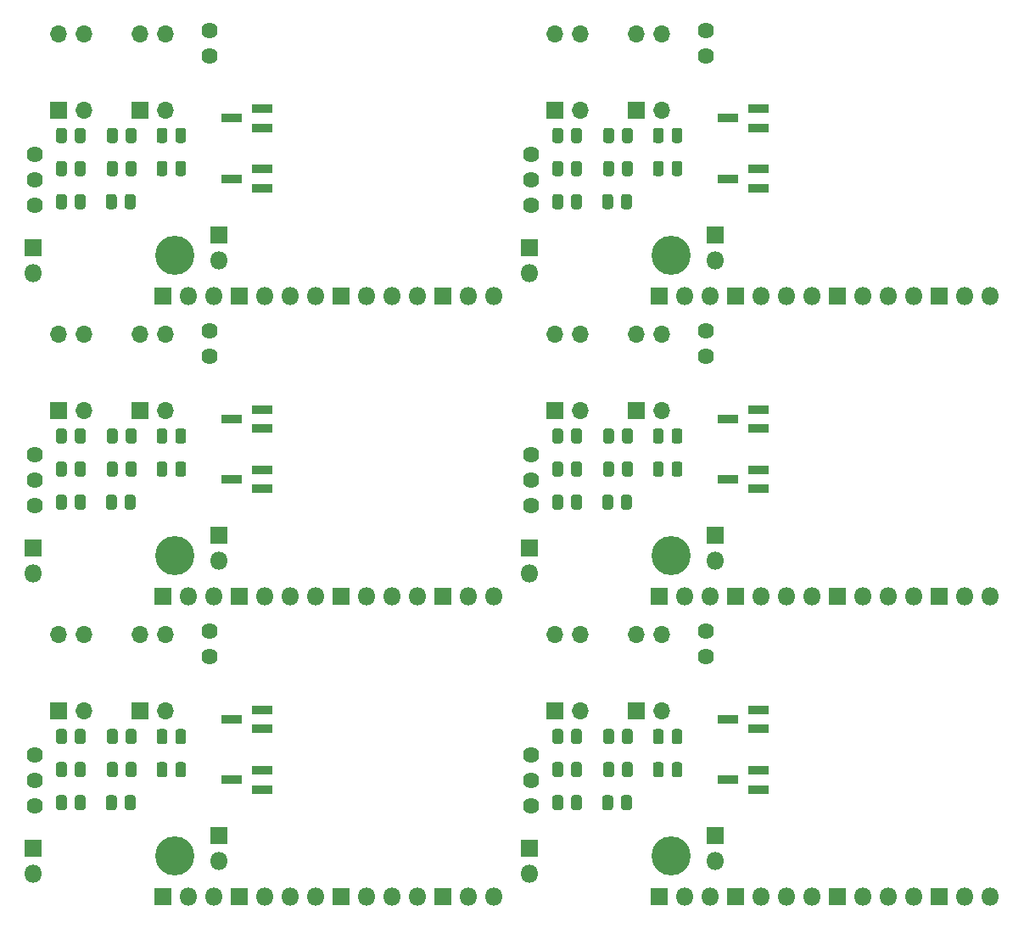
<source format=gbr>
%TF.GenerationSoftware,KiCad,Pcbnew,5.1.6-c6e7f7d~87~ubuntu18.04.1*%
%TF.CreationDate,2020-09-18T10:49:30+02:00*%
%TF.ProjectId,panel,70616e65-6c2e-46b6-9963-61645f706362,rev?*%
%TF.SameCoordinates,Original*%
%TF.FileFunction,Soldermask,Bot*%
%TF.FilePolarity,Negative*%
%FSLAX46Y46*%
G04 Gerber Fmt 4.6, Leading zero omitted, Abs format (unit mm)*
G04 Created by KiCad (PCBNEW 5.1.6-c6e7f7d~87~ubuntu18.04.1) date 2020-09-18 10:49:30*
%MOMM*%
%LPD*%
G01*
G04 APERTURE LIST*
%ADD10R,1.700000X1.700000*%
%ADD11O,1.700000X1.700000*%
%ADD12R,2.000000X0.900000*%
%ADD13R,1.800000X1.800000*%
%ADD14O,1.800000X1.800000*%
%ADD15C,1.624000*%
%ADD16C,3.900000*%
G04 APERTURE END LIST*
D10*
%TO.C,U2*%
X111976006Y-119652011D03*
D11*
X114516006Y-112032011D03*
X114516006Y-119652011D03*
X111976006Y-112032011D03*
%TD*%
%TO.C,U1*%
X103848006Y-112032011D03*
X106388006Y-119652011D03*
X106388006Y-112032011D03*
D10*
X103848006Y-119652011D03*
%TD*%
%TO.C,R8*%
G36*
G01*
X113597506Y-122673261D02*
X113597506Y-121710761D01*
G75*
G02*
X113866256Y-121442011I268750J0D01*
G01*
X114403756Y-121442011D01*
G75*
G02*
X114672506Y-121710761I0J-268750D01*
G01*
X114672506Y-122673261D01*
G75*
G02*
X114403756Y-122942011I-268750J0D01*
G01*
X113866256Y-122942011D01*
G75*
G02*
X113597506Y-122673261I0J268750D01*
G01*
G37*
G36*
G01*
X115472506Y-122673261D02*
X115472506Y-121710761D01*
G75*
G02*
X115741256Y-121442011I268750J0D01*
G01*
X116278756Y-121442011D01*
G75*
G02*
X116547506Y-121710761I0J-268750D01*
G01*
X116547506Y-122673261D01*
G75*
G02*
X116278756Y-122942011I-268750J0D01*
G01*
X115741256Y-122942011D01*
G75*
G02*
X115472506Y-122673261I0J268750D01*
G01*
G37*
%TD*%
%TO.C,R7*%
G36*
G01*
X115472506Y-125975261D02*
X115472506Y-125012761D01*
G75*
G02*
X115741256Y-124744011I268750J0D01*
G01*
X116278756Y-124744011D01*
G75*
G02*
X116547506Y-125012761I0J-268750D01*
G01*
X116547506Y-125975261D01*
G75*
G02*
X116278756Y-126244011I-268750J0D01*
G01*
X115741256Y-126244011D01*
G75*
G02*
X115472506Y-125975261I0J268750D01*
G01*
G37*
G36*
G01*
X113597506Y-125975261D02*
X113597506Y-125012761D01*
G75*
G02*
X113866256Y-124744011I268750J0D01*
G01*
X114403756Y-124744011D01*
G75*
G02*
X114672506Y-125012761I0J-268750D01*
G01*
X114672506Y-125975261D01*
G75*
G02*
X114403756Y-126244011I-268750J0D01*
G01*
X113866256Y-126244011D01*
G75*
G02*
X113597506Y-125975261I0J268750D01*
G01*
G37*
%TD*%
%TO.C,R6*%
G36*
G01*
X110519506Y-122673261D02*
X110519506Y-121710761D01*
G75*
G02*
X110788256Y-121442011I268750J0D01*
G01*
X111325756Y-121442011D01*
G75*
G02*
X111594506Y-121710761I0J-268750D01*
G01*
X111594506Y-122673261D01*
G75*
G02*
X111325756Y-122942011I-268750J0D01*
G01*
X110788256Y-122942011D01*
G75*
G02*
X110519506Y-122673261I0J268750D01*
G01*
G37*
G36*
G01*
X108644506Y-122673261D02*
X108644506Y-121710761D01*
G75*
G02*
X108913256Y-121442011I268750J0D01*
G01*
X109450756Y-121442011D01*
G75*
G02*
X109719506Y-121710761I0J-268750D01*
G01*
X109719506Y-122673261D01*
G75*
G02*
X109450756Y-122942011I-268750J0D01*
G01*
X108913256Y-122942011D01*
G75*
G02*
X108644506Y-122673261I0J268750D01*
G01*
G37*
%TD*%
%TO.C,R5*%
G36*
G01*
X108644506Y-125975261D02*
X108644506Y-125012761D01*
G75*
G02*
X108913256Y-124744011I268750J0D01*
G01*
X109450756Y-124744011D01*
G75*
G02*
X109719506Y-125012761I0J-268750D01*
G01*
X109719506Y-125975261D01*
G75*
G02*
X109450756Y-126244011I-268750J0D01*
G01*
X108913256Y-126244011D01*
G75*
G02*
X108644506Y-125975261I0J268750D01*
G01*
G37*
G36*
G01*
X110519506Y-125975261D02*
X110519506Y-125012761D01*
G75*
G02*
X110788256Y-124744011I268750J0D01*
G01*
X111325756Y-124744011D01*
G75*
G02*
X111594506Y-125012761I0J-268750D01*
G01*
X111594506Y-125975261D01*
G75*
G02*
X111325756Y-126244011I-268750J0D01*
G01*
X110788256Y-126244011D01*
G75*
G02*
X110519506Y-125975261I0J268750D01*
G01*
G37*
%TD*%
%TO.C,R4*%
G36*
G01*
X108547506Y-129277261D02*
X108547506Y-128314761D01*
G75*
G02*
X108816256Y-128046011I268750J0D01*
G01*
X109353756Y-128046011D01*
G75*
G02*
X109622506Y-128314761I0J-268750D01*
G01*
X109622506Y-129277261D01*
G75*
G02*
X109353756Y-129546011I-268750J0D01*
G01*
X108816256Y-129546011D01*
G75*
G02*
X108547506Y-129277261I0J268750D01*
G01*
G37*
G36*
G01*
X110422506Y-129277261D02*
X110422506Y-128314761D01*
G75*
G02*
X110691256Y-128046011I268750J0D01*
G01*
X111228756Y-128046011D01*
G75*
G02*
X111497506Y-128314761I0J-268750D01*
G01*
X111497506Y-129277261D01*
G75*
G02*
X111228756Y-129546011I-268750J0D01*
G01*
X110691256Y-129546011D01*
G75*
G02*
X110422506Y-129277261I0J268750D01*
G01*
G37*
%TD*%
%TO.C,R3*%
G36*
G01*
X105439506Y-122673261D02*
X105439506Y-121710761D01*
G75*
G02*
X105708256Y-121442011I268750J0D01*
G01*
X106245756Y-121442011D01*
G75*
G02*
X106514506Y-121710761I0J-268750D01*
G01*
X106514506Y-122673261D01*
G75*
G02*
X106245756Y-122942011I-268750J0D01*
G01*
X105708256Y-122942011D01*
G75*
G02*
X105439506Y-122673261I0J268750D01*
G01*
G37*
G36*
G01*
X103564506Y-122673261D02*
X103564506Y-121710761D01*
G75*
G02*
X103833256Y-121442011I268750J0D01*
G01*
X104370756Y-121442011D01*
G75*
G02*
X104639506Y-121710761I0J-268750D01*
G01*
X104639506Y-122673261D01*
G75*
G02*
X104370756Y-122942011I-268750J0D01*
G01*
X103833256Y-122942011D01*
G75*
G02*
X103564506Y-122673261I0J268750D01*
G01*
G37*
%TD*%
%TO.C,R2*%
G36*
G01*
X105439506Y-125975261D02*
X105439506Y-125012761D01*
G75*
G02*
X105708256Y-124744011I268750J0D01*
G01*
X106245756Y-124744011D01*
G75*
G02*
X106514506Y-125012761I0J-268750D01*
G01*
X106514506Y-125975261D01*
G75*
G02*
X106245756Y-126244011I-268750J0D01*
G01*
X105708256Y-126244011D01*
G75*
G02*
X105439506Y-125975261I0J268750D01*
G01*
G37*
G36*
G01*
X103564506Y-125975261D02*
X103564506Y-125012761D01*
G75*
G02*
X103833256Y-124744011I268750J0D01*
G01*
X104370756Y-124744011D01*
G75*
G02*
X104639506Y-125012761I0J-268750D01*
G01*
X104639506Y-125975261D01*
G75*
G02*
X104370756Y-126244011I-268750J0D01*
G01*
X103833256Y-126244011D01*
G75*
G02*
X103564506Y-125975261I0J268750D01*
G01*
G37*
%TD*%
%TO.C,R1*%
G36*
G01*
X103564506Y-129277261D02*
X103564506Y-128314761D01*
G75*
G02*
X103833256Y-128046011I268750J0D01*
G01*
X104370756Y-128046011D01*
G75*
G02*
X104639506Y-128314761I0J-268750D01*
G01*
X104639506Y-129277261D01*
G75*
G02*
X104370756Y-129546011I-268750J0D01*
G01*
X103833256Y-129546011D01*
G75*
G02*
X103564506Y-129277261I0J268750D01*
G01*
G37*
G36*
G01*
X105439506Y-129277261D02*
X105439506Y-128314761D01*
G75*
G02*
X105708256Y-128046011I268750J0D01*
G01*
X106245756Y-128046011D01*
G75*
G02*
X106514506Y-128314761I0J-268750D01*
G01*
X106514506Y-129277261D01*
G75*
G02*
X106245756Y-129546011I-268750J0D01*
G01*
X105708256Y-129546011D01*
G75*
G02*
X105439506Y-129277261I0J268750D01*
G01*
G37*
%TD*%
D12*
%TO.C,Q2*%
X121120006Y-126510011D03*
X124120006Y-127460011D03*
X124120006Y-125560011D03*
%TD*%
%TO.C,Q1*%
X124120006Y-119530011D03*
X124120006Y-121430011D03*
X121120006Y-120480011D03*
%TD*%
D13*
%TO.C,J8*%
X114262006Y-138194011D03*
D14*
X116802006Y-138194011D03*
X119342006Y-138194011D03*
%TD*%
%TO.C,J7*%
X147282006Y-138194011D03*
X144742006Y-138194011D03*
D13*
X142202006Y-138194011D03*
%TD*%
%TO.C,J4*%
X101308006Y-133368011D03*
D14*
X101308006Y-135908011D03*
%TD*%
%TO.C,J3*%
X119850006Y-134638011D03*
D13*
X119850006Y-132098011D03*
%TD*%
%TO.C,J2*%
X121882006Y-138194011D03*
D14*
X124422006Y-138194011D03*
X126962006Y-138194011D03*
X129502006Y-138194011D03*
%TD*%
%TO.C,J1*%
X139662006Y-138194011D03*
X137122006Y-138194011D03*
X134582006Y-138194011D03*
D13*
X132042006Y-138194011D03*
%TD*%
D15*
%TO.C,J11*%
X101468006Y-129144011D03*
X101468006Y-126604011D03*
X101468006Y-124064011D03*
X118928006Y-111684011D03*
X118928006Y-114224011D03*
%TD*%
D16*
%TO.C,M1*%
X115405006Y-134130011D03*
%TD*%
D10*
%TO.C,U2*%
X62446001Y-119652011D03*
D11*
X64986001Y-112032011D03*
X64986001Y-119652011D03*
X62446001Y-112032011D03*
%TD*%
%TO.C,U1*%
X54318001Y-112032011D03*
X56858001Y-119652011D03*
X56858001Y-112032011D03*
D10*
X54318001Y-119652011D03*
%TD*%
%TO.C,R8*%
G36*
G01*
X64067501Y-122673261D02*
X64067501Y-121710761D01*
G75*
G02*
X64336251Y-121442011I268750J0D01*
G01*
X64873751Y-121442011D01*
G75*
G02*
X65142501Y-121710761I0J-268750D01*
G01*
X65142501Y-122673261D01*
G75*
G02*
X64873751Y-122942011I-268750J0D01*
G01*
X64336251Y-122942011D01*
G75*
G02*
X64067501Y-122673261I0J268750D01*
G01*
G37*
G36*
G01*
X65942501Y-122673261D02*
X65942501Y-121710761D01*
G75*
G02*
X66211251Y-121442011I268750J0D01*
G01*
X66748751Y-121442011D01*
G75*
G02*
X67017501Y-121710761I0J-268750D01*
G01*
X67017501Y-122673261D01*
G75*
G02*
X66748751Y-122942011I-268750J0D01*
G01*
X66211251Y-122942011D01*
G75*
G02*
X65942501Y-122673261I0J268750D01*
G01*
G37*
%TD*%
%TO.C,R7*%
G36*
G01*
X65942501Y-125975261D02*
X65942501Y-125012761D01*
G75*
G02*
X66211251Y-124744011I268750J0D01*
G01*
X66748751Y-124744011D01*
G75*
G02*
X67017501Y-125012761I0J-268750D01*
G01*
X67017501Y-125975261D01*
G75*
G02*
X66748751Y-126244011I-268750J0D01*
G01*
X66211251Y-126244011D01*
G75*
G02*
X65942501Y-125975261I0J268750D01*
G01*
G37*
G36*
G01*
X64067501Y-125975261D02*
X64067501Y-125012761D01*
G75*
G02*
X64336251Y-124744011I268750J0D01*
G01*
X64873751Y-124744011D01*
G75*
G02*
X65142501Y-125012761I0J-268750D01*
G01*
X65142501Y-125975261D01*
G75*
G02*
X64873751Y-126244011I-268750J0D01*
G01*
X64336251Y-126244011D01*
G75*
G02*
X64067501Y-125975261I0J268750D01*
G01*
G37*
%TD*%
%TO.C,R6*%
G36*
G01*
X60989501Y-122673261D02*
X60989501Y-121710761D01*
G75*
G02*
X61258251Y-121442011I268750J0D01*
G01*
X61795751Y-121442011D01*
G75*
G02*
X62064501Y-121710761I0J-268750D01*
G01*
X62064501Y-122673261D01*
G75*
G02*
X61795751Y-122942011I-268750J0D01*
G01*
X61258251Y-122942011D01*
G75*
G02*
X60989501Y-122673261I0J268750D01*
G01*
G37*
G36*
G01*
X59114501Y-122673261D02*
X59114501Y-121710761D01*
G75*
G02*
X59383251Y-121442011I268750J0D01*
G01*
X59920751Y-121442011D01*
G75*
G02*
X60189501Y-121710761I0J-268750D01*
G01*
X60189501Y-122673261D01*
G75*
G02*
X59920751Y-122942011I-268750J0D01*
G01*
X59383251Y-122942011D01*
G75*
G02*
X59114501Y-122673261I0J268750D01*
G01*
G37*
%TD*%
%TO.C,R5*%
G36*
G01*
X59114501Y-125975261D02*
X59114501Y-125012761D01*
G75*
G02*
X59383251Y-124744011I268750J0D01*
G01*
X59920751Y-124744011D01*
G75*
G02*
X60189501Y-125012761I0J-268750D01*
G01*
X60189501Y-125975261D01*
G75*
G02*
X59920751Y-126244011I-268750J0D01*
G01*
X59383251Y-126244011D01*
G75*
G02*
X59114501Y-125975261I0J268750D01*
G01*
G37*
G36*
G01*
X60989501Y-125975261D02*
X60989501Y-125012761D01*
G75*
G02*
X61258251Y-124744011I268750J0D01*
G01*
X61795751Y-124744011D01*
G75*
G02*
X62064501Y-125012761I0J-268750D01*
G01*
X62064501Y-125975261D01*
G75*
G02*
X61795751Y-126244011I-268750J0D01*
G01*
X61258251Y-126244011D01*
G75*
G02*
X60989501Y-125975261I0J268750D01*
G01*
G37*
%TD*%
%TO.C,R4*%
G36*
G01*
X59017501Y-129277261D02*
X59017501Y-128314761D01*
G75*
G02*
X59286251Y-128046011I268750J0D01*
G01*
X59823751Y-128046011D01*
G75*
G02*
X60092501Y-128314761I0J-268750D01*
G01*
X60092501Y-129277261D01*
G75*
G02*
X59823751Y-129546011I-268750J0D01*
G01*
X59286251Y-129546011D01*
G75*
G02*
X59017501Y-129277261I0J268750D01*
G01*
G37*
G36*
G01*
X60892501Y-129277261D02*
X60892501Y-128314761D01*
G75*
G02*
X61161251Y-128046011I268750J0D01*
G01*
X61698751Y-128046011D01*
G75*
G02*
X61967501Y-128314761I0J-268750D01*
G01*
X61967501Y-129277261D01*
G75*
G02*
X61698751Y-129546011I-268750J0D01*
G01*
X61161251Y-129546011D01*
G75*
G02*
X60892501Y-129277261I0J268750D01*
G01*
G37*
%TD*%
%TO.C,R3*%
G36*
G01*
X55909501Y-122673261D02*
X55909501Y-121710761D01*
G75*
G02*
X56178251Y-121442011I268750J0D01*
G01*
X56715751Y-121442011D01*
G75*
G02*
X56984501Y-121710761I0J-268750D01*
G01*
X56984501Y-122673261D01*
G75*
G02*
X56715751Y-122942011I-268750J0D01*
G01*
X56178251Y-122942011D01*
G75*
G02*
X55909501Y-122673261I0J268750D01*
G01*
G37*
G36*
G01*
X54034501Y-122673261D02*
X54034501Y-121710761D01*
G75*
G02*
X54303251Y-121442011I268750J0D01*
G01*
X54840751Y-121442011D01*
G75*
G02*
X55109501Y-121710761I0J-268750D01*
G01*
X55109501Y-122673261D01*
G75*
G02*
X54840751Y-122942011I-268750J0D01*
G01*
X54303251Y-122942011D01*
G75*
G02*
X54034501Y-122673261I0J268750D01*
G01*
G37*
%TD*%
%TO.C,R2*%
G36*
G01*
X55909501Y-125975261D02*
X55909501Y-125012761D01*
G75*
G02*
X56178251Y-124744011I268750J0D01*
G01*
X56715751Y-124744011D01*
G75*
G02*
X56984501Y-125012761I0J-268750D01*
G01*
X56984501Y-125975261D01*
G75*
G02*
X56715751Y-126244011I-268750J0D01*
G01*
X56178251Y-126244011D01*
G75*
G02*
X55909501Y-125975261I0J268750D01*
G01*
G37*
G36*
G01*
X54034501Y-125975261D02*
X54034501Y-125012761D01*
G75*
G02*
X54303251Y-124744011I268750J0D01*
G01*
X54840751Y-124744011D01*
G75*
G02*
X55109501Y-125012761I0J-268750D01*
G01*
X55109501Y-125975261D01*
G75*
G02*
X54840751Y-126244011I-268750J0D01*
G01*
X54303251Y-126244011D01*
G75*
G02*
X54034501Y-125975261I0J268750D01*
G01*
G37*
%TD*%
%TO.C,R1*%
G36*
G01*
X54034501Y-129277261D02*
X54034501Y-128314761D01*
G75*
G02*
X54303251Y-128046011I268750J0D01*
G01*
X54840751Y-128046011D01*
G75*
G02*
X55109501Y-128314761I0J-268750D01*
G01*
X55109501Y-129277261D01*
G75*
G02*
X54840751Y-129546011I-268750J0D01*
G01*
X54303251Y-129546011D01*
G75*
G02*
X54034501Y-129277261I0J268750D01*
G01*
G37*
G36*
G01*
X55909501Y-129277261D02*
X55909501Y-128314761D01*
G75*
G02*
X56178251Y-128046011I268750J0D01*
G01*
X56715751Y-128046011D01*
G75*
G02*
X56984501Y-128314761I0J-268750D01*
G01*
X56984501Y-129277261D01*
G75*
G02*
X56715751Y-129546011I-268750J0D01*
G01*
X56178251Y-129546011D01*
G75*
G02*
X55909501Y-129277261I0J268750D01*
G01*
G37*
%TD*%
D12*
%TO.C,Q2*%
X71590001Y-126510011D03*
X74590001Y-127460011D03*
X74590001Y-125560011D03*
%TD*%
%TO.C,Q1*%
X74590001Y-119530011D03*
X74590001Y-121430011D03*
X71590001Y-120480011D03*
%TD*%
D13*
%TO.C,J8*%
X64732001Y-138194011D03*
D14*
X67272001Y-138194011D03*
X69812001Y-138194011D03*
%TD*%
%TO.C,J7*%
X97752001Y-138194011D03*
X95212001Y-138194011D03*
D13*
X92672001Y-138194011D03*
%TD*%
%TO.C,J4*%
X51778001Y-133368011D03*
D14*
X51778001Y-135908011D03*
%TD*%
%TO.C,J3*%
X70320001Y-134638011D03*
D13*
X70320001Y-132098011D03*
%TD*%
%TO.C,J2*%
X72352001Y-138194011D03*
D14*
X74892001Y-138194011D03*
X77432001Y-138194011D03*
X79972001Y-138194011D03*
%TD*%
%TO.C,J1*%
X90132001Y-138194011D03*
X87592001Y-138194011D03*
X85052001Y-138194011D03*
D13*
X82512001Y-138194011D03*
%TD*%
D15*
%TO.C,J11*%
X51938001Y-129144011D03*
X51938001Y-126604011D03*
X51938001Y-124064011D03*
X69398001Y-111684011D03*
X69398001Y-114224011D03*
%TD*%
D16*
%TO.C,M1*%
X65875001Y-134130011D03*
%TD*%
D10*
%TO.C,U2*%
X111976006Y-89652006D03*
D11*
X114516006Y-82032006D03*
X114516006Y-89652006D03*
X111976006Y-82032006D03*
%TD*%
%TO.C,U1*%
X103848006Y-82032006D03*
X106388006Y-89652006D03*
X106388006Y-82032006D03*
D10*
X103848006Y-89652006D03*
%TD*%
%TO.C,R8*%
G36*
G01*
X113597506Y-92673256D02*
X113597506Y-91710756D01*
G75*
G02*
X113866256Y-91442006I268750J0D01*
G01*
X114403756Y-91442006D01*
G75*
G02*
X114672506Y-91710756I0J-268750D01*
G01*
X114672506Y-92673256D01*
G75*
G02*
X114403756Y-92942006I-268750J0D01*
G01*
X113866256Y-92942006D01*
G75*
G02*
X113597506Y-92673256I0J268750D01*
G01*
G37*
G36*
G01*
X115472506Y-92673256D02*
X115472506Y-91710756D01*
G75*
G02*
X115741256Y-91442006I268750J0D01*
G01*
X116278756Y-91442006D01*
G75*
G02*
X116547506Y-91710756I0J-268750D01*
G01*
X116547506Y-92673256D01*
G75*
G02*
X116278756Y-92942006I-268750J0D01*
G01*
X115741256Y-92942006D01*
G75*
G02*
X115472506Y-92673256I0J268750D01*
G01*
G37*
%TD*%
%TO.C,R7*%
G36*
G01*
X115472506Y-95975256D02*
X115472506Y-95012756D01*
G75*
G02*
X115741256Y-94744006I268750J0D01*
G01*
X116278756Y-94744006D01*
G75*
G02*
X116547506Y-95012756I0J-268750D01*
G01*
X116547506Y-95975256D01*
G75*
G02*
X116278756Y-96244006I-268750J0D01*
G01*
X115741256Y-96244006D01*
G75*
G02*
X115472506Y-95975256I0J268750D01*
G01*
G37*
G36*
G01*
X113597506Y-95975256D02*
X113597506Y-95012756D01*
G75*
G02*
X113866256Y-94744006I268750J0D01*
G01*
X114403756Y-94744006D01*
G75*
G02*
X114672506Y-95012756I0J-268750D01*
G01*
X114672506Y-95975256D01*
G75*
G02*
X114403756Y-96244006I-268750J0D01*
G01*
X113866256Y-96244006D01*
G75*
G02*
X113597506Y-95975256I0J268750D01*
G01*
G37*
%TD*%
%TO.C,R6*%
G36*
G01*
X110519506Y-92673256D02*
X110519506Y-91710756D01*
G75*
G02*
X110788256Y-91442006I268750J0D01*
G01*
X111325756Y-91442006D01*
G75*
G02*
X111594506Y-91710756I0J-268750D01*
G01*
X111594506Y-92673256D01*
G75*
G02*
X111325756Y-92942006I-268750J0D01*
G01*
X110788256Y-92942006D01*
G75*
G02*
X110519506Y-92673256I0J268750D01*
G01*
G37*
G36*
G01*
X108644506Y-92673256D02*
X108644506Y-91710756D01*
G75*
G02*
X108913256Y-91442006I268750J0D01*
G01*
X109450756Y-91442006D01*
G75*
G02*
X109719506Y-91710756I0J-268750D01*
G01*
X109719506Y-92673256D01*
G75*
G02*
X109450756Y-92942006I-268750J0D01*
G01*
X108913256Y-92942006D01*
G75*
G02*
X108644506Y-92673256I0J268750D01*
G01*
G37*
%TD*%
%TO.C,R5*%
G36*
G01*
X108644506Y-95975256D02*
X108644506Y-95012756D01*
G75*
G02*
X108913256Y-94744006I268750J0D01*
G01*
X109450756Y-94744006D01*
G75*
G02*
X109719506Y-95012756I0J-268750D01*
G01*
X109719506Y-95975256D01*
G75*
G02*
X109450756Y-96244006I-268750J0D01*
G01*
X108913256Y-96244006D01*
G75*
G02*
X108644506Y-95975256I0J268750D01*
G01*
G37*
G36*
G01*
X110519506Y-95975256D02*
X110519506Y-95012756D01*
G75*
G02*
X110788256Y-94744006I268750J0D01*
G01*
X111325756Y-94744006D01*
G75*
G02*
X111594506Y-95012756I0J-268750D01*
G01*
X111594506Y-95975256D01*
G75*
G02*
X111325756Y-96244006I-268750J0D01*
G01*
X110788256Y-96244006D01*
G75*
G02*
X110519506Y-95975256I0J268750D01*
G01*
G37*
%TD*%
%TO.C,R4*%
G36*
G01*
X108547506Y-99277256D02*
X108547506Y-98314756D01*
G75*
G02*
X108816256Y-98046006I268750J0D01*
G01*
X109353756Y-98046006D01*
G75*
G02*
X109622506Y-98314756I0J-268750D01*
G01*
X109622506Y-99277256D01*
G75*
G02*
X109353756Y-99546006I-268750J0D01*
G01*
X108816256Y-99546006D01*
G75*
G02*
X108547506Y-99277256I0J268750D01*
G01*
G37*
G36*
G01*
X110422506Y-99277256D02*
X110422506Y-98314756D01*
G75*
G02*
X110691256Y-98046006I268750J0D01*
G01*
X111228756Y-98046006D01*
G75*
G02*
X111497506Y-98314756I0J-268750D01*
G01*
X111497506Y-99277256D01*
G75*
G02*
X111228756Y-99546006I-268750J0D01*
G01*
X110691256Y-99546006D01*
G75*
G02*
X110422506Y-99277256I0J268750D01*
G01*
G37*
%TD*%
%TO.C,R3*%
G36*
G01*
X105439506Y-92673256D02*
X105439506Y-91710756D01*
G75*
G02*
X105708256Y-91442006I268750J0D01*
G01*
X106245756Y-91442006D01*
G75*
G02*
X106514506Y-91710756I0J-268750D01*
G01*
X106514506Y-92673256D01*
G75*
G02*
X106245756Y-92942006I-268750J0D01*
G01*
X105708256Y-92942006D01*
G75*
G02*
X105439506Y-92673256I0J268750D01*
G01*
G37*
G36*
G01*
X103564506Y-92673256D02*
X103564506Y-91710756D01*
G75*
G02*
X103833256Y-91442006I268750J0D01*
G01*
X104370756Y-91442006D01*
G75*
G02*
X104639506Y-91710756I0J-268750D01*
G01*
X104639506Y-92673256D01*
G75*
G02*
X104370756Y-92942006I-268750J0D01*
G01*
X103833256Y-92942006D01*
G75*
G02*
X103564506Y-92673256I0J268750D01*
G01*
G37*
%TD*%
%TO.C,R2*%
G36*
G01*
X105439506Y-95975256D02*
X105439506Y-95012756D01*
G75*
G02*
X105708256Y-94744006I268750J0D01*
G01*
X106245756Y-94744006D01*
G75*
G02*
X106514506Y-95012756I0J-268750D01*
G01*
X106514506Y-95975256D01*
G75*
G02*
X106245756Y-96244006I-268750J0D01*
G01*
X105708256Y-96244006D01*
G75*
G02*
X105439506Y-95975256I0J268750D01*
G01*
G37*
G36*
G01*
X103564506Y-95975256D02*
X103564506Y-95012756D01*
G75*
G02*
X103833256Y-94744006I268750J0D01*
G01*
X104370756Y-94744006D01*
G75*
G02*
X104639506Y-95012756I0J-268750D01*
G01*
X104639506Y-95975256D01*
G75*
G02*
X104370756Y-96244006I-268750J0D01*
G01*
X103833256Y-96244006D01*
G75*
G02*
X103564506Y-95975256I0J268750D01*
G01*
G37*
%TD*%
%TO.C,R1*%
G36*
G01*
X103564506Y-99277256D02*
X103564506Y-98314756D01*
G75*
G02*
X103833256Y-98046006I268750J0D01*
G01*
X104370756Y-98046006D01*
G75*
G02*
X104639506Y-98314756I0J-268750D01*
G01*
X104639506Y-99277256D01*
G75*
G02*
X104370756Y-99546006I-268750J0D01*
G01*
X103833256Y-99546006D01*
G75*
G02*
X103564506Y-99277256I0J268750D01*
G01*
G37*
G36*
G01*
X105439506Y-99277256D02*
X105439506Y-98314756D01*
G75*
G02*
X105708256Y-98046006I268750J0D01*
G01*
X106245756Y-98046006D01*
G75*
G02*
X106514506Y-98314756I0J-268750D01*
G01*
X106514506Y-99277256D01*
G75*
G02*
X106245756Y-99546006I-268750J0D01*
G01*
X105708256Y-99546006D01*
G75*
G02*
X105439506Y-99277256I0J268750D01*
G01*
G37*
%TD*%
D12*
%TO.C,Q2*%
X121120006Y-96510006D03*
X124120006Y-97460006D03*
X124120006Y-95560006D03*
%TD*%
%TO.C,Q1*%
X124120006Y-89530006D03*
X124120006Y-91430006D03*
X121120006Y-90480006D03*
%TD*%
D13*
%TO.C,J8*%
X114262006Y-108194006D03*
D14*
X116802006Y-108194006D03*
X119342006Y-108194006D03*
%TD*%
%TO.C,J7*%
X147282006Y-108194006D03*
X144742006Y-108194006D03*
D13*
X142202006Y-108194006D03*
%TD*%
%TO.C,J4*%
X101308006Y-103368006D03*
D14*
X101308006Y-105908006D03*
%TD*%
%TO.C,J3*%
X119850006Y-104638006D03*
D13*
X119850006Y-102098006D03*
%TD*%
%TO.C,J2*%
X121882006Y-108194006D03*
D14*
X124422006Y-108194006D03*
X126962006Y-108194006D03*
X129502006Y-108194006D03*
%TD*%
%TO.C,J1*%
X139662006Y-108194006D03*
X137122006Y-108194006D03*
X134582006Y-108194006D03*
D13*
X132042006Y-108194006D03*
%TD*%
D15*
%TO.C,J11*%
X101468006Y-99144006D03*
X101468006Y-96604006D03*
X101468006Y-94064006D03*
X118928006Y-81684006D03*
X118928006Y-84224006D03*
%TD*%
D16*
%TO.C,M1*%
X115405006Y-104130006D03*
%TD*%
D10*
%TO.C,U2*%
X62446001Y-89652006D03*
D11*
X64986001Y-82032006D03*
X64986001Y-89652006D03*
X62446001Y-82032006D03*
%TD*%
%TO.C,U1*%
X54318001Y-82032006D03*
X56858001Y-89652006D03*
X56858001Y-82032006D03*
D10*
X54318001Y-89652006D03*
%TD*%
%TO.C,R8*%
G36*
G01*
X64067501Y-92673256D02*
X64067501Y-91710756D01*
G75*
G02*
X64336251Y-91442006I268750J0D01*
G01*
X64873751Y-91442006D01*
G75*
G02*
X65142501Y-91710756I0J-268750D01*
G01*
X65142501Y-92673256D01*
G75*
G02*
X64873751Y-92942006I-268750J0D01*
G01*
X64336251Y-92942006D01*
G75*
G02*
X64067501Y-92673256I0J268750D01*
G01*
G37*
G36*
G01*
X65942501Y-92673256D02*
X65942501Y-91710756D01*
G75*
G02*
X66211251Y-91442006I268750J0D01*
G01*
X66748751Y-91442006D01*
G75*
G02*
X67017501Y-91710756I0J-268750D01*
G01*
X67017501Y-92673256D01*
G75*
G02*
X66748751Y-92942006I-268750J0D01*
G01*
X66211251Y-92942006D01*
G75*
G02*
X65942501Y-92673256I0J268750D01*
G01*
G37*
%TD*%
%TO.C,R7*%
G36*
G01*
X65942501Y-95975256D02*
X65942501Y-95012756D01*
G75*
G02*
X66211251Y-94744006I268750J0D01*
G01*
X66748751Y-94744006D01*
G75*
G02*
X67017501Y-95012756I0J-268750D01*
G01*
X67017501Y-95975256D01*
G75*
G02*
X66748751Y-96244006I-268750J0D01*
G01*
X66211251Y-96244006D01*
G75*
G02*
X65942501Y-95975256I0J268750D01*
G01*
G37*
G36*
G01*
X64067501Y-95975256D02*
X64067501Y-95012756D01*
G75*
G02*
X64336251Y-94744006I268750J0D01*
G01*
X64873751Y-94744006D01*
G75*
G02*
X65142501Y-95012756I0J-268750D01*
G01*
X65142501Y-95975256D01*
G75*
G02*
X64873751Y-96244006I-268750J0D01*
G01*
X64336251Y-96244006D01*
G75*
G02*
X64067501Y-95975256I0J268750D01*
G01*
G37*
%TD*%
%TO.C,R6*%
G36*
G01*
X60989501Y-92673256D02*
X60989501Y-91710756D01*
G75*
G02*
X61258251Y-91442006I268750J0D01*
G01*
X61795751Y-91442006D01*
G75*
G02*
X62064501Y-91710756I0J-268750D01*
G01*
X62064501Y-92673256D01*
G75*
G02*
X61795751Y-92942006I-268750J0D01*
G01*
X61258251Y-92942006D01*
G75*
G02*
X60989501Y-92673256I0J268750D01*
G01*
G37*
G36*
G01*
X59114501Y-92673256D02*
X59114501Y-91710756D01*
G75*
G02*
X59383251Y-91442006I268750J0D01*
G01*
X59920751Y-91442006D01*
G75*
G02*
X60189501Y-91710756I0J-268750D01*
G01*
X60189501Y-92673256D01*
G75*
G02*
X59920751Y-92942006I-268750J0D01*
G01*
X59383251Y-92942006D01*
G75*
G02*
X59114501Y-92673256I0J268750D01*
G01*
G37*
%TD*%
%TO.C,R5*%
G36*
G01*
X59114501Y-95975256D02*
X59114501Y-95012756D01*
G75*
G02*
X59383251Y-94744006I268750J0D01*
G01*
X59920751Y-94744006D01*
G75*
G02*
X60189501Y-95012756I0J-268750D01*
G01*
X60189501Y-95975256D01*
G75*
G02*
X59920751Y-96244006I-268750J0D01*
G01*
X59383251Y-96244006D01*
G75*
G02*
X59114501Y-95975256I0J268750D01*
G01*
G37*
G36*
G01*
X60989501Y-95975256D02*
X60989501Y-95012756D01*
G75*
G02*
X61258251Y-94744006I268750J0D01*
G01*
X61795751Y-94744006D01*
G75*
G02*
X62064501Y-95012756I0J-268750D01*
G01*
X62064501Y-95975256D01*
G75*
G02*
X61795751Y-96244006I-268750J0D01*
G01*
X61258251Y-96244006D01*
G75*
G02*
X60989501Y-95975256I0J268750D01*
G01*
G37*
%TD*%
%TO.C,R4*%
G36*
G01*
X59017501Y-99277256D02*
X59017501Y-98314756D01*
G75*
G02*
X59286251Y-98046006I268750J0D01*
G01*
X59823751Y-98046006D01*
G75*
G02*
X60092501Y-98314756I0J-268750D01*
G01*
X60092501Y-99277256D01*
G75*
G02*
X59823751Y-99546006I-268750J0D01*
G01*
X59286251Y-99546006D01*
G75*
G02*
X59017501Y-99277256I0J268750D01*
G01*
G37*
G36*
G01*
X60892501Y-99277256D02*
X60892501Y-98314756D01*
G75*
G02*
X61161251Y-98046006I268750J0D01*
G01*
X61698751Y-98046006D01*
G75*
G02*
X61967501Y-98314756I0J-268750D01*
G01*
X61967501Y-99277256D01*
G75*
G02*
X61698751Y-99546006I-268750J0D01*
G01*
X61161251Y-99546006D01*
G75*
G02*
X60892501Y-99277256I0J268750D01*
G01*
G37*
%TD*%
%TO.C,R3*%
G36*
G01*
X55909501Y-92673256D02*
X55909501Y-91710756D01*
G75*
G02*
X56178251Y-91442006I268750J0D01*
G01*
X56715751Y-91442006D01*
G75*
G02*
X56984501Y-91710756I0J-268750D01*
G01*
X56984501Y-92673256D01*
G75*
G02*
X56715751Y-92942006I-268750J0D01*
G01*
X56178251Y-92942006D01*
G75*
G02*
X55909501Y-92673256I0J268750D01*
G01*
G37*
G36*
G01*
X54034501Y-92673256D02*
X54034501Y-91710756D01*
G75*
G02*
X54303251Y-91442006I268750J0D01*
G01*
X54840751Y-91442006D01*
G75*
G02*
X55109501Y-91710756I0J-268750D01*
G01*
X55109501Y-92673256D01*
G75*
G02*
X54840751Y-92942006I-268750J0D01*
G01*
X54303251Y-92942006D01*
G75*
G02*
X54034501Y-92673256I0J268750D01*
G01*
G37*
%TD*%
%TO.C,R2*%
G36*
G01*
X55909501Y-95975256D02*
X55909501Y-95012756D01*
G75*
G02*
X56178251Y-94744006I268750J0D01*
G01*
X56715751Y-94744006D01*
G75*
G02*
X56984501Y-95012756I0J-268750D01*
G01*
X56984501Y-95975256D01*
G75*
G02*
X56715751Y-96244006I-268750J0D01*
G01*
X56178251Y-96244006D01*
G75*
G02*
X55909501Y-95975256I0J268750D01*
G01*
G37*
G36*
G01*
X54034501Y-95975256D02*
X54034501Y-95012756D01*
G75*
G02*
X54303251Y-94744006I268750J0D01*
G01*
X54840751Y-94744006D01*
G75*
G02*
X55109501Y-95012756I0J-268750D01*
G01*
X55109501Y-95975256D01*
G75*
G02*
X54840751Y-96244006I-268750J0D01*
G01*
X54303251Y-96244006D01*
G75*
G02*
X54034501Y-95975256I0J268750D01*
G01*
G37*
%TD*%
%TO.C,R1*%
G36*
G01*
X54034501Y-99277256D02*
X54034501Y-98314756D01*
G75*
G02*
X54303251Y-98046006I268750J0D01*
G01*
X54840751Y-98046006D01*
G75*
G02*
X55109501Y-98314756I0J-268750D01*
G01*
X55109501Y-99277256D01*
G75*
G02*
X54840751Y-99546006I-268750J0D01*
G01*
X54303251Y-99546006D01*
G75*
G02*
X54034501Y-99277256I0J268750D01*
G01*
G37*
G36*
G01*
X55909501Y-99277256D02*
X55909501Y-98314756D01*
G75*
G02*
X56178251Y-98046006I268750J0D01*
G01*
X56715751Y-98046006D01*
G75*
G02*
X56984501Y-98314756I0J-268750D01*
G01*
X56984501Y-99277256D01*
G75*
G02*
X56715751Y-99546006I-268750J0D01*
G01*
X56178251Y-99546006D01*
G75*
G02*
X55909501Y-99277256I0J268750D01*
G01*
G37*
%TD*%
D12*
%TO.C,Q2*%
X71590001Y-96510006D03*
X74590001Y-97460006D03*
X74590001Y-95560006D03*
%TD*%
%TO.C,Q1*%
X74590001Y-89530006D03*
X74590001Y-91430006D03*
X71590001Y-90480006D03*
%TD*%
D13*
%TO.C,J8*%
X64732001Y-108194006D03*
D14*
X67272001Y-108194006D03*
X69812001Y-108194006D03*
%TD*%
%TO.C,J7*%
X97752001Y-108194006D03*
X95212001Y-108194006D03*
D13*
X92672001Y-108194006D03*
%TD*%
%TO.C,J4*%
X51778001Y-103368006D03*
D14*
X51778001Y-105908006D03*
%TD*%
%TO.C,J3*%
X70320001Y-104638006D03*
D13*
X70320001Y-102098006D03*
%TD*%
%TO.C,J2*%
X72352001Y-108194006D03*
D14*
X74892001Y-108194006D03*
X77432001Y-108194006D03*
X79972001Y-108194006D03*
%TD*%
%TO.C,J1*%
X90132001Y-108194006D03*
X87592001Y-108194006D03*
X85052001Y-108194006D03*
D13*
X82512001Y-108194006D03*
%TD*%
D15*
%TO.C,J11*%
X51938001Y-99144006D03*
X51938001Y-96604006D03*
X51938001Y-94064006D03*
X69398001Y-81684006D03*
X69398001Y-84224006D03*
%TD*%
D16*
%TO.C,M1*%
X65875001Y-104130006D03*
%TD*%
D10*
%TO.C,U2*%
X111976006Y-59652001D03*
D11*
X114516006Y-52032001D03*
X114516006Y-59652001D03*
X111976006Y-52032001D03*
%TD*%
%TO.C,U1*%
X103848006Y-52032001D03*
X106388006Y-59652001D03*
X106388006Y-52032001D03*
D10*
X103848006Y-59652001D03*
%TD*%
%TO.C,R8*%
G36*
G01*
X113597506Y-62673251D02*
X113597506Y-61710751D01*
G75*
G02*
X113866256Y-61442001I268750J0D01*
G01*
X114403756Y-61442001D01*
G75*
G02*
X114672506Y-61710751I0J-268750D01*
G01*
X114672506Y-62673251D01*
G75*
G02*
X114403756Y-62942001I-268750J0D01*
G01*
X113866256Y-62942001D01*
G75*
G02*
X113597506Y-62673251I0J268750D01*
G01*
G37*
G36*
G01*
X115472506Y-62673251D02*
X115472506Y-61710751D01*
G75*
G02*
X115741256Y-61442001I268750J0D01*
G01*
X116278756Y-61442001D01*
G75*
G02*
X116547506Y-61710751I0J-268750D01*
G01*
X116547506Y-62673251D01*
G75*
G02*
X116278756Y-62942001I-268750J0D01*
G01*
X115741256Y-62942001D01*
G75*
G02*
X115472506Y-62673251I0J268750D01*
G01*
G37*
%TD*%
%TO.C,R7*%
G36*
G01*
X115472506Y-65975251D02*
X115472506Y-65012751D01*
G75*
G02*
X115741256Y-64744001I268750J0D01*
G01*
X116278756Y-64744001D01*
G75*
G02*
X116547506Y-65012751I0J-268750D01*
G01*
X116547506Y-65975251D01*
G75*
G02*
X116278756Y-66244001I-268750J0D01*
G01*
X115741256Y-66244001D01*
G75*
G02*
X115472506Y-65975251I0J268750D01*
G01*
G37*
G36*
G01*
X113597506Y-65975251D02*
X113597506Y-65012751D01*
G75*
G02*
X113866256Y-64744001I268750J0D01*
G01*
X114403756Y-64744001D01*
G75*
G02*
X114672506Y-65012751I0J-268750D01*
G01*
X114672506Y-65975251D01*
G75*
G02*
X114403756Y-66244001I-268750J0D01*
G01*
X113866256Y-66244001D01*
G75*
G02*
X113597506Y-65975251I0J268750D01*
G01*
G37*
%TD*%
%TO.C,R6*%
G36*
G01*
X110519506Y-62673251D02*
X110519506Y-61710751D01*
G75*
G02*
X110788256Y-61442001I268750J0D01*
G01*
X111325756Y-61442001D01*
G75*
G02*
X111594506Y-61710751I0J-268750D01*
G01*
X111594506Y-62673251D01*
G75*
G02*
X111325756Y-62942001I-268750J0D01*
G01*
X110788256Y-62942001D01*
G75*
G02*
X110519506Y-62673251I0J268750D01*
G01*
G37*
G36*
G01*
X108644506Y-62673251D02*
X108644506Y-61710751D01*
G75*
G02*
X108913256Y-61442001I268750J0D01*
G01*
X109450756Y-61442001D01*
G75*
G02*
X109719506Y-61710751I0J-268750D01*
G01*
X109719506Y-62673251D01*
G75*
G02*
X109450756Y-62942001I-268750J0D01*
G01*
X108913256Y-62942001D01*
G75*
G02*
X108644506Y-62673251I0J268750D01*
G01*
G37*
%TD*%
%TO.C,R5*%
G36*
G01*
X108644506Y-65975251D02*
X108644506Y-65012751D01*
G75*
G02*
X108913256Y-64744001I268750J0D01*
G01*
X109450756Y-64744001D01*
G75*
G02*
X109719506Y-65012751I0J-268750D01*
G01*
X109719506Y-65975251D01*
G75*
G02*
X109450756Y-66244001I-268750J0D01*
G01*
X108913256Y-66244001D01*
G75*
G02*
X108644506Y-65975251I0J268750D01*
G01*
G37*
G36*
G01*
X110519506Y-65975251D02*
X110519506Y-65012751D01*
G75*
G02*
X110788256Y-64744001I268750J0D01*
G01*
X111325756Y-64744001D01*
G75*
G02*
X111594506Y-65012751I0J-268750D01*
G01*
X111594506Y-65975251D01*
G75*
G02*
X111325756Y-66244001I-268750J0D01*
G01*
X110788256Y-66244001D01*
G75*
G02*
X110519506Y-65975251I0J268750D01*
G01*
G37*
%TD*%
%TO.C,R4*%
G36*
G01*
X108547506Y-69277251D02*
X108547506Y-68314751D01*
G75*
G02*
X108816256Y-68046001I268750J0D01*
G01*
X109353756Y-68046001D01*
G75*
G02*
X109622506Y-68314751I0J-268750D01*
G01*
X109622506Y-69277251D01*
G75*
G02*
X109353756Y-69546001I-268750J0D01*
G01*
X108816256Y-69546001D01*
G75*
G02*
X108547506Y-69277251I0J268750D01*
G01*
G37*
G36*
G01*
X110422506Y-69277251D02*
X110422506Y-68314751D01*
G75*
G02*
X110691256Y-68046001I268750J0D01*
G01*
X111228756Y-68046001D01*
G75*
G02*
X111497506Y-68314751I0J-268750D01*
G01*
X111497506Y-69277251D01*
G75*
G02*
X111228756Y-69546001I-268750J0D01*
G01*
X110691256Y-69546001D01*
G75*
G02*
X110422506Y-69277251I0J268750D01*
G01*
G37*
%TD*%
%TO.C,R3*%
G36*
G01*
X105439506Y-62673251D02*
X105439506Y-61710751D01*
G75*
G02*
X105708256Y-61442001I268750J0D01*
G01*
X106245756Y-61442001D01*
G75*
G02*
X106514506Y-61710751I0J-268750D01*
G01*
X106514506Y-62673251D01*
G75*
G02*
X106245756Y-62942001I-268750J0D01*
G01*
X105708256Y-62942001D01*
G75*
G02*
X105439506Y-62673251I0J268750D01*
G01*
G37*
G36*
G01*
X103564506Y-62673251D02*
X103564506Y-61710751D01*
G75*
G02*
X103833256Y-61442001I268750J0D01*
G01*
X104370756Y-61442001D01*
G75*
G02*
X104639506Y-61710751I0J-268750D01*
G01*
X104639506Y-62673251D01*
G75*
G02*
X104370756Y-62942001I-268750J0D01*
G01*
X103833256Y-62942001D01*
G75*
G02*
X103564506Y-62673251I0J268750D01*
G01*
G37*
%TD*%
%TO.C,R2*%
G36*
G01*
X105439506Y-65975251D02*
X105439506Y-65012751D01*
G75*
G02*
X105708256Y-64744001I268750J0D01*
G01*
X106245756Y-64744001D01*
G75*
G02*
X106514506Y-65012751I0J-268750D01*
G01*
X106514506Y-65975251D01*
G75*
G02*
X106245756Y-66244001I-268750J0D01*
G01*
X105708256Y-66244001D01*
G75*
G02*
X105439506Y-65975251I0J268750D01*
G01*
G37*
G36*
G01*
X103564506Y-65975251D02*
X103564506Y-65012751D01*
G75*
G02*
X103833256Y-64744001I268750J0D01*
G01*
X104370756Y-64744001D01*
G75*
G02*
X104639506Y-65012751I0J-268750D01*
G01*
X104639506Y-65975251D01*
G75*
G02*
X104370756Y-66244001I-268750J0D01*
G01*
X103833256Y-66244001D01*
G75*
G02*
X103564506Y-65975251I0J268750D01*
G01*
G37*
%TD*%
%TO.C,R1*%
G36*
G01*
X103564506Y-69277251D02*
X103564506Y-68314751D01*
G75*
G02*
X103833256Y-68046001I268750J0D01*
G01*
X104370756Y-68046001D01*
G75*
G02*
X104639506Y-68314751I0J-268750D01*
G01*
X104639506Y-69277251D01*
G75*
G02*
X104370756Y-69546001I-268750J0D01*
G01*
X103833256Y-69546001D01*
G75*
G02*
X103564506Y-69277251I0J268750D01*
G01*
G37*
G36*
G01*
X105439506Y-69277251D02*
X105439506Y-68314751D01*
G75*
G02*
X105708256Y-68046001I268750J0D01*
G01*
X106245756Y-68046001D01*
G75*
G02*
X106514506Y-68314751I0J-268750D01*
G01*
X106514506Y-69277251D01*
G75*
G02*
X106245756Y-69546001I-268750J0D01*
G01*
X105708256Y-69546001D01*
G75*
G02*
X105439506Y-69277251I0J268750D01*
G01*
G37*
%TD*%
D12*
%TO.C,Q2*%
X121120006Y-66510001D03*
X124120006Y-67460001D03*
X124120006Y-65560001D03*
%TD*%
%TO.C,Q1*%
X124120006Y-59530001D03*
X124120006Y-61430001D03*
X121120006Y-60480001D03*
%TD*%
D13*
%TO.C,J8*%
X114262006Y-78194001D03*
D14*
X116802006Y-78194001D03*
X119342006Y-78194001D03*
%TD*%
%TO.C,J7*%
X147282006Y-78194001D03*
X144742006Y-78194001D03*
D13*
X142202006Y-78194001D03*
%TD*%
%TO.C,J4*%
X101308006Y-73368001D03*
D14*
X101308006Y-75908001D03*
%TD*%
%TO.C,J3*%
X119850006Y-74638001D03*
D13*
X119850006Y-72098001D03*
%TD*%
%TO.C,J2*%
X121882006Y-78194001D03*
D14*
X124422006Y-78194001D03*
X126962006Y-78194001D03*
X129502006Y-78194001D03*
%TD*%
%TO.C,J1*%
X139662006Y-78194001D03*
X137122006Y-78194001D03*
X134582006Y-78194001D03*
D13*
X132042006Y-78194001D03*
%TD*%
D15*
%TO.C,J11*%
X101468006Y-69144001D03*
X101468006Y-66604001D03*
X101468006Y-64064001D03*
X118928006Y-51684001D03*
X118928006Y-54224001D03*
%TD*%
D16*
%TO.C,M1*%
X115405006Y-74130001D03*
%TD*%
D10*
%TO.C,U2*%
X62446001Y-59652001D03*
D11*
X64986001Y-52032001D03*
X64986001Y-59652001D03*
X62446001Y-52032001D03*
%TD*%
%TO.C,U1*%
X54318001Y-52032001D03*
X56858001Y-59652001D03*
X56858001Y-52032001D03*
D10*
X54318001Y-59652001D03*
%TD*%
%TO.C,R8*%
G36*
G01*
X64067501Y-62673251D02*
X64067501Y-61710751D01*
G75*
G02*
X64336251Y-61442001I268750J0D01*
G01*
X64873751Y-61442001D01*
G75*
G02*
X65142501Y-61710751I0J-268750D01*
G01*
X65142501Y-62673251D01*
G75*
G02*
X64873751Y-62942001I-268750J0D01*
G01*
X64336251Y-62942001D01*
G75*
G02*
X64067501Y-62673251I0J268750D01*
G01*
G37*
G36*
G01*
X65942501Y-62673251D02*
X65942501Y-61710751D01*
G75*
G02*
X66211251Y-61442001I268750J0D01*
G01*
X66748751Y-61442001D01*
G75*
G02*
X67017501Y-61710751I0J-268750D01*
G01*
X67017501Y-62673251D01*
G75*
G02*
X66748751Y-62942001I-268750J0D01*
G01*
X66211251Y-62942001D01*
G75*
G02*
X65942501Y-62673251I0J268750D01*
G01*
G37*
%TD*%
%TO.C,R7*%
G36*
G01*
X65942501Y-65975251D02*
X65942501Y-65012751D01*
G75*
G02*
X66211251Y-64744001I268750J0D01*
G01*
X66748751Y-64744001D01*
G75*
G02*
X67017501Y-65012751I0J-268750D01*
G01*
X67017501Y-65975251D01*
G75*
G02*
X66748751Y-66244001I-268750J0D01*
G01*
X66211251Y-66244001D01*
G75*
G02*
X65942501Y-65975251I0J268750D01*
G01*
G37*
G36*
G01*
X64067501Y-65975251D02*
X64067501Y-65012751D01*
G75*
G02*
X64336251Y-64744001I268750J0D01*
G01*
X64873751Y-64744001D01*
G75*
G02*
X65142501Y-65012751I0J-268750D01*
G01*
X65142501Y-65975251D01*
G75*
G02*
X64873751Y-66244001I-268750J0D01*
G01*
X64336251Y-66244001D01*
G75*
G02*
X64067501Y-65975251I0J268750D01*
G01*
G37*
%TD*%
%TO.C,R6*%
G36*
G01*
X60989501Y-62673251D02*
X60989501Y-61710751D01*
G75*
G02*
X61258251Y-61442001I268750J0D01*
G01*
X61795751Y-61442001D01*
G75*
G02*
X62064501Y-61710751I0J-268750D01*
G01*
X62064501Y-62673251D01*
G75*
G02*
X61795751Y-62942001I-268750J0D01*
G01*
X61258251Y-62942001D01*
G75*
G02*
X60989501Y-62673251I0J268750D01*
G01*
G37*
G36*
G01*
X59114501Y-62673251D02*
X59114501Y-61710751D01*
G75*
G02*
X59383251Y-61442001I268750J0D01*
G01*
X59920751Y-61442001D01*
G75*
G02*
X60189501Y-61710751I0J-268750D01*
G01*
X60189501Y-62673251D01*
G75*
G02*
X59920751Y-62942001I-268750J0D01*
G01*
X59383251Y-62942001D01*
G75*
G02*
X59114501Y-62673251I0J268750D01*
G01*
G37*
%TD*%
%TO.C,R5*%
G36*
G01*
X59114501Y-65975251D02*
X59114501Y-65012751D01*
G75*
G02*
X59383251Y-64744001I268750J0D01*
G01*
X59920751Y-64744001D01*
G75*
G02*
X60189501Y-65012751I0J-268750D01*
G01*
X60189501Y-65975251D01*
G75*
G02*
X59920751Y-66244001I-268750J0D01*
G01*
X59383251Y-66244001D01*
G75*
G02*
X59114501Y-65975251I0J268750D01*
G01*
G37*
G36*
G01*
X60989501Y-65975251D02*
X60989501Y-65012751D01*
G75*
G02*
X61258251Y-64744001I268750J0D01*
G01*
X61795751Y-64744001D01*
G75*
G02*
X62064501Y-65012751I0J-268750D01*
G01*
X62064501Y-65975251D01*
G75*
G02*
X61795751Y-66244001I-268750J0D01*
G01*
X61258251Y-66244001D01*
G75*
G02*
X60989501Y-65975251I0J268750D01*
G01*
G37*
%TD*%
%TO.C,R4*%
G36*
G01*
X59017501Y-69277251D02*
X59017501Y-68314751D01*
G75*
G02*
X59286251Y-68046001I268750J0D01*
G01*
X59823751Y-68046001D01*
G75*
G02*
X60092501Y-68314751I0J-268750D01*
G01*
X60092501Y-69277251D01*
G75*
G02*
X59823751Y-69546001I-268750J0D01*
G01*
X59286251Y-69546001D01*
G75*
G02*
X59017501Y-69277251I0J268750D01*
G01*
G37*
G36*
G01*
X60892501Y-69277251D02*
X60892501Y-68314751D01*
G75*
G02*
X61161251Y-68046001I268750J0D01*
G01*
X61698751Y-68046001D01*
G75*
G02*
X61967501Y-68314751I0J-268750D01*
G01*
X61967501Y-69277251D01*
G75*
G02*
X61698751Y-69546001I-268750J0D01*
G01*
X61161251Y-69546001D01*
G75*
G02*
X60892501Y-69277251I0J268750D01*
G01*
G37*
%TD*%
%TO.C,R3*%
G36*
G01*
X55909501Y-62673251D02*
X55909501Y-61710751D01*
G75*
G02*
X56178251Y-61442001I268750J0D01*
G01*
X56715751Y-61442001D01*
G75*
G02*
X56984501Y-61710751I0J-268750D01*
G01*
X56984501Y-62673251D01*
G75*
G02*
X56715751Y-62942001I-268750J0D01*
G01*
X56178251Y-62942001D01*
G75*
G02*
X55909501Y-62673251I0J268750D01*
G01*
G37*
G36*
G01*
X54034501Y-62673251D02*
X54034501Y-61710751D01*
G75*
G02*
X54303251Y-61442001I268750J0D01*
G01*
X54840751Y-61442001D01*
G75*
G02*
X55109501Y-61710751I0J-268750D01*
G01*
X55109501Y-62673251D01*
G75*
G02*
X54840751Y-62942001I-268750J0D01*
G01*
X54303251Y-62942001D01*
G75*
G02*
X54034501Y-62673251I0J268750D01*
G01*
G37*
%TD*%
%TO.C,R2*%
G36*
G01*
X55909501Y-65975251D02*
X55909501Y-65012751D01*
G75*
G02*
X56178251Y-64744001I268750J0D01*
G01*
X56715751Y-64744001D01*
G75*
G02*
X56984501Y-65012751I0J-268750D01*
G01*
X56984501Y-65975251D01*
G75*
G02*
X56715751Y-66244001I-268750J0D01*
G01*
X56178251Y-66244001D01*
G75*
G02*
X55909501Y-65975251I0J268750D01*
G01*
G37*
G36*
G01*
X54034501Y-65975251D02*
X54034501Y-65012751D01*
G75*
G02*
X54303251Y-64744001I268750J0D01*
G01*
X54840751Y-64744001D01*
G75*
G02*
X55109501Y-65012751I0J-268750D01*
G01*
X55109501Y-65975251D01*
G75*
G02*
X54840751Y-66244001I-268750J0D01*
G01*
X54303251Y-66244001D01*
G75*
G02*
X54034501Y-65975251I0J268750D01*
G01*
G37*
%TD*%
%TO.C,R1*%
G36*
G01*
X54034501Y-69277251D02*
X54034501Y-68314751D01*
G75*
G02*
X54303251Y-68046001I268750J0D01*
G01*
X54840751Y-68046001D01*
G75*
G02*
X55109501Y-68314751I0J-268750D01*
G01*
X55109501Y-69277251D01*
G75*
G02*
X54840751Y-69546001I-268750J0D01*
G01*
X54303251Y-69546001D01*
G75*
G02*
X54034501Y-69277251I0J268750D01*
G01*
G37*
G36*
G01*
X55909501Y-69277251D02*
X55909501Y-68314751D01*
G75*
G02*
X56178251Y-68046001I268750J0D01*
G01*
X56715751Y-68046001D01*
G75*
G02*
X56984501Y-68314751I0J-268750D01*
G01*
X56984501Y-69277251D01*
G75*
G02*
X56715751Y-69546001I-268750J0D01*
G01*
X56178251Y-69546001D01*
G75*
G02*
X55909501Y-69277251I0J268750D01*
G01*
G37*
%TD*%
D12*
%TO.C,Q2*%
X71590001Y-66510001D03*
X74590001Y-67460001D03*
X74590001Y-65560001D03*
%TD*%
%TO.C,Q1*%
X74590001Y-59530001D03*
X74590001Y-61430001D03*
X71590001Y-60480001D03*
%TD*%
D13*
%TO.C,J8*%
X64732001Y-78194001D03*
D14*
X67272001Y-78194001D03*
X69812001Y-78194001D03*
%TD*%
%TO.C,J7*%
X97752001Y-78194001D03*
X95212001Y-78194001D03*
D13*
X92672001Y-78194001D03*
%TD*%
%TO.C,J4*%
X51778001Y-73368001D03*
D14*
X51778001Y-75908001D03*
%TD*%
%TO.C,J3*%
X70320001Y-74638001D03*
D13*
X70320001Y-72098001D03*
%TD*%
%TO.C,J2*%
X72352001Y-78194001D03*
D14*
X74892001Y-78194001D03*
X77432001Y-78194001D03*
X79972001Y-78194001D03*
%TD*%
%TO.C,J1*%
X90132001Y-78194001D03*
X87592001Y-78194001D03*
X85052001Y-78194001D03*
D13*
X82512001Y-78194001D03*
%TD*%
D15*
%TO.C,J11*%
X51938001Y-69144001D03*
X51938001Y-66604001D03*
X51938001Y-64064001D03*
X69398001Y-51684001D03*
X69398001Y-54224001D03*
%TD*%
D16*
%TO.C,M1*%
X65875001Y-74130001D03*
%TD*%
M02*

</source>
